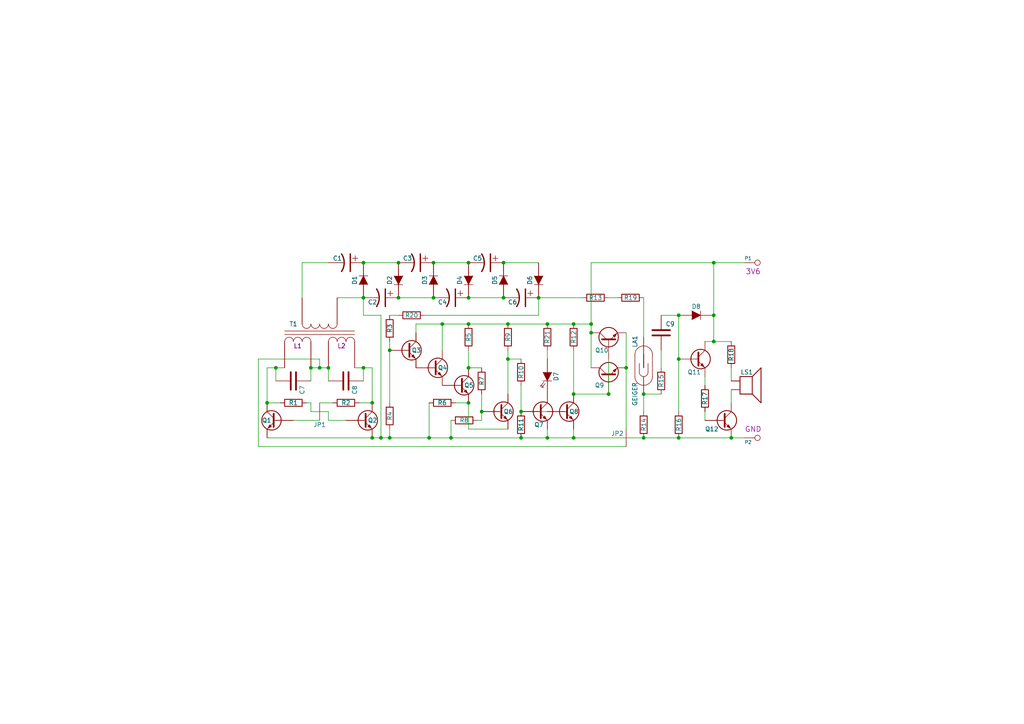
<source format=kicad_sch>
(kicad_sch (version 20211123) (generator eeschema)
  (paper "A4")
  (lib_symbols
    (symbol "common:BREAKER2" (pin_numbers hide) (pin_names (offset 0))
      (property "Reference" "JP" (at -1.778 0 90))
      (symbol "BREAKER2_1_1"
        (pin passive line (at 0 2.54 270) (length 2.54) (name "~") (number "1"))
        (pin passive line (at 0 -2.54 90) (length 2.54) (name "~") (number "2"))
      )
    )
    (symbol "common:C" (pin_numbers hide) (pin_names (offset 0.254))
      (property "Reference" "C" (at 1.27 2.54 0))
      (symbol "C_0_1"
        (polyline (pts (xy -2.54 -0.762) (xy 2.54 -0.762)) (stroke (width 0.508)))
        (polyline (pts (xy -2.54 0.762) (xy 2.54 0.762)) (stroke (width 0.508)))
      )
      (symbol "C_1_1"
        (pin passive line (at 0 5.08 270) (length 4.318) (name "~") (number "1"))
        (pin passive line (at 0 -5.08 90) (length 4.318) (name "~") (number "2"))
      )
    )
    (symbol "common:CONN_1" (pin_numbers hide) (pin_names (offset 0.762) hide)
      (property "Reference" "P" (at 2.032 0 0))
      (symbol "CONN_1_0_1"
        (polyline (pts (xy -0.762 0) (xy -1.27 0)))
        (circle (center 0 0) (radius 0.7874))
      )
      (symbol "CONN_1_1_1"
        (pin passive line (at -3.81 0 0) (length 2.54) (name "1") (number "1"))
      )
    )
    (symbol "common:CP1" (pin_numbers hide) (pin_names (offset 0.254) hide)
      (property "Reference" "C" (at 1.27 2.54 0))
      (symbol "CP1_0_0"
        (text "+" (at -1.27 2.54 0) (effects (font (size 2.032 2.032))))
      )
      (symbol "CP1_0_1"
        (polyline (pts (xy -2.54 1.27) (xy 2.54 1.27) (xy 1.27 1.27) (xy 1.27 1.27)) (stroke (width 0.381)))
        (arc (start 2.54 -1.27) (mid 0 -0.5009) (end -2.54 -1.27) (stroke (width 0.381)))
      )
      (symbol "CP1_1_1"
        (pin passive line (at 0 5.08 270) (length 3.81) (name "~") (number "1"))
        (pin passive line (at 0 -5.08 90) (length 4.572) (name "~") (number "2"))
      )
    )
    (symbol "common:DIODE" (pin_numbers hide) (pin_names (offset 1.016) hide)
      (property "Reference" "D" (at 0 2.54 0))
      (symbol "DIODE_0_1"
        (polyline (pts (xy 1.27 1.27) (xy 1.27 -1.27)) (stroke (width 0.1524)))
        (polyline (pts (xy -1.27 1.27) (xy 1.27 0) (xy -1.27 -1.27)) (fill (type outline)))
      )
      (symbol "DIODE_1_1"
        (pin passive line (at -5.08 0 0) (length 3.81) (name "A") (number "1"))
        (pin passive line (at 5.08 0 180) (length 3.81) (name "K") (number "2"))
      )
    )
    (symbol "common:GEIGER" (pin_numbers hide) (pin_names (offset 0) hide)
      (property "Reference" "LA" (at 2.54 7.62 0))
      (property "Value" "GEIGER" (at 3.81 0 90))
      (symbol "GEIGER_0_1"
        (arc (start -2.54 -2.54) (mid 0 -5.08) (end 2.54 -2.54))
        (arc (start -1.27 -1.27) (mid 0 -2.54) (end 1.27 -1.27))
        (polyline (pts (xy -2.54 3.81) (xy -2.54 -2.54)))
        (polyline (pts (xy -1.27 -1.27) (xy -1.27 1.27)))
        (polyline (pts (xy 0 3.81) (xy 0 0)) (stroke (width 0.254)))
        (polyline (pts (xy 1.27 1.27) (xy 1.27 -1.27)))
        (polyline (pts (xy 2.54 3.81) (xy 2.54 -2.54)))
        (arc (start 2.54 3.81) (mid 0 6.35) (end -2.54 3.81))
      )
      (symbol "GEIGER_1_1"
        (pin input line (at 0 8.89 270) (length 5.08) (name "1") (number "1"))
        (pin input line (at 0 -7.62 90) (length 5.08) (name "2") (number "2"))
      )
    )
    (symbol "common:LED" (pin_numbers hide) (pin_names (offset 1.016) hide)
      (property "Reference" "D" (at 0 2.54 0))
      (symbol "LED_0_1"
        (polyline (pts (xy 1.27 1.27) (xy 1.27 -1.27)))
        (polyline (pts (xy -1.27 1.27) (xy 1.27 0) (xy -1.27 -1.27)) (fill (type outline)))
        (polyline (pts (xy 1.651 -1.016) (xy 2.794 -2.032) (xy 2.667 -1.397)))
        (polyline (pts (xy 2.032 -0.635) (xy 3.175 -1.651) (xy 3.048 -1.016)))
      )
      (symbol "LED_1_1"
        (pin passive line (at -5.08 0 0) (length 3.81) (name "A") (number "1"))
        (pin passive line (at 5.08 0 180) (length 3.81) (name "K") (number "2"))
      )
    )
    (symbol "common:NPN" (pin_numbers hide) (pin_names (offset 0) hide)
      (property "Reference" "Q" (at 1.27 0 0))
      (symbol "NPN_0_1"
        (polyline (pts (xy 0 0) (xy 0.635 0)))
        (polyline (pts (xy 0.635 0.635) (xy 2.54 2.54)))
        (polyline (pts (xy 0.635 -0.635) (xy 2.54 -2.54) (xy 2.54 -2.54)))
        (polyline (pts (xy 0.635 1.905) (xy 0.635 -1.905) (xy 0.635 -1.905)) (stroke (width 0.508)))
        (polyline (pts (xy 1.27 -1.778) (xy 1.778 -1.27) (xy 2.286 -2.286) (xy 1.27 -1.778) (xy 1.27 -1.778)) (fill (type outline)))
        (circle (center 1.27 0) (radius 2.8194) (stroke (width 0.254)))
      )
      (symbol "NPN_1_1"
        (pin passive line (at 2.54 5.08 270) (length 2.54) (name "C") (number "1"))
        (pin input line (at -5.08 0 0) (length 5.08) (name "B") (number "2"))
        (pin passive line (at 2.54 -5.08 90) (length 2.54) (name "E") (number "3"))
      )
    )
    (symbol "common:R" (pin_numbers hide) (pin_names (offset 0) hide)
      (property "Reference" "R" (at 0 0 90))
      (symbol "R_0_1"
        (rectangle (start -1.016 -2.54) (end 1.016 2.54) (stroke (width 0.254)))
      )
      (symbol "R_1_1"
        (pin passive line (at 0 3.81 270) (length 1.27) (name "~") (number "1"))
        (pin passive line (at 0 -3.81 90) (length 1.27) (name "~") (number "2"))
      )
    )
    (symbol "common:Speaker" (pin_numbers hide) (pin_names (offset 0) hide)
      (property "Reference" "LS" (at 1.27 5.715 0))
      (property "Value" "Speaker" (at 1.27 3.81 0))
      (symbol "Speaker_0_0"
        (rectangle (start -2.54 1.27) (end 1.016 -3.81) (stroke (width 0.254)))
        (polyline (pts (xy 1.016 1.27) (xy 3.556 3.81) (xy 3.556 -6.35) (xy 1.016 -3.81)) (stroke (width 0.254)))
      )
      (symbol "Speaker_1_1"
        (pin input line (at -5.08 0 0) (length 2.54) (name "1") (number "1"))
        (pin input line (at -5.08 -2.54 0) (length 2.54) (name "2") (number "2"))
      )
    )
    (symbol "common:TRANSFO_2S" (pin_numbers hide) (pin_names (offset 1.016) hide)
      (property "Reference" "T" (at 0 12.7 0))
      (symbol "TRANSFO_2S_0_1"
        (arc (start -2.54 -5.0546) (mid -1.6599 -4.6901) (end -1.27 -3.81))
        (arc (start -2.54 -2.5146) (mid -1.6599 -2.1501) (end -1.27 -1.27))
        (arc (start -2.54 0.0254) (mid -1.6599 0.3899) (end -1.27 1.27))
        (arc (start -2.54 2.5654) (mid -1.6599 2.9299) (end -1.27 3.81))
        (arc (start -1.27 -3.81) (mid -1.642 -2.912) (end -2.54 -2.54))
        (arc (start -1.27 -1.27) (mid -1.642 -0.372) (end -2.54 0))
        (arc (start -1.27 1.27) (mid -1.642 2.168) (end -2.54 2.54))
        (arc (start -1.27 3.81) (mid -1.642 4.708) (end -2.54 5.08))
        (polyline (pts (xy -0.508 -10.16) (xy -0.508 10.16)))
        (polyline (pts (xy 0.508 10.16) (xy 0.508 -10.16)))
        (arc (start 1.2954 -8.89) (mid 1.6599 -9.7701) (end 2.54 -10.1346))
        (arc (start 1.2954 -6.35) (mid 1.6599 -7.2301) (end 2.54 -7.5946))
        (arc (start 1.2954 -3.81) (mid 1.6599 -4.6901) (end 2.54 -5.0546))
        (arc (start 1.2954 3.81) (mid 1.6599 2.9299) (end 2.54 2.5654))
        (arc (start 1.2954 6.35) (mid 1.6599 5.4699) (end 2.54 5.1054))
        (arc (start 1.2954 8.89) (mid 1.6599 8.0099) (end 2.54 7.6454))
        (arc (start 2.54 -7.62) (mid 1.642 -7.992) (end 1.2954 -8.89))
        (arc (start 2.54 -5.08) (mid 1.642 -5.452) (end 1.2954 -6.35))
        (arc (start 2.54 -2.54) (mid 1.642 -2.912) (end 1.2954 -3.81))
        (arc (start 2.54 5.08) (mid 1.642 4.708) (end 1.2954 3.81))
        (arc (start 2.54 7.62) (mid 1.642 7.248) (end 1.2954 6.35))
        (arc (start 2.54 10.16) (mid 1.642 9.788) (end 1.2954 8.89))
      )
      (symbol "TRANSFO_2S_1_1"
        (pin passive line (at -10.16 5.08 0) (length 7.62) (name "AA") (number "1"))
        (pin passive line (at -10.16 -5.08 0) (length 7.62) (name "AB") (number "2"))
        (pin passive line (at 10.16 10.16 180) (length 7.62) (name "SA") (number "3"))
        (pin passive line (at 10.16 2.54 180) (length 7.62) (name "SB") (number "4"))
        (pin passive line (at 10.16 -2.54 180) (length 7.62) (name "SC") (number "5"))
        (pin passive line (at 10.16 -10.16 180) (length 7.62) (name "SD") (number "6"))
      )
    )
  )
  (junction (at 151.13 119.38))
  (junction (at 176.53 114.3))
  (junction (at 125.73 76.2))
  (junction (at 171.45 93.98))
  (junction (at 135.89 106.68))
  (junction (at 207.01 76.2))
  (junction (at 135.89 116.84))
  (junction (at 166.37 127))
  (junction (at 105.41 86.36))
  (junction (at 105.41 76.2))
  (junction (at 110.49 127))
  (junction (at 186.69 114.3))
  (junction (at 147.32 93.98))
  (junction (at 135.89 86.36))
  (junction (at 158.75 93.98))
  (junction (at 124.46 127))
  (junction (at 105.41 106.68))
  (junction (at 107.95 116.84))
  (junction (at 156.21 86.36))
  (junction (at 181.61 106.68))
  (junction (at 212.09 127))
  (junction (at 146.05 76.2))
  (junction (at 151.13 127))
  (junction (at 92.71 106.68))
  (junction (at 130.81 127))
  (junction (at 95.25 106.68))
  (junction (at 166.37 114.3))
  (junction (at 207.01 99.06))
  (junction (at 90.17 106.68))
  (junction (at 196.85 127))
  (junction (at 135.89 76.2))
  (junction (at 166.37 93.98))
  (junction (at 196.85 104.14))
  (junction (at 128.27 93.98))
  (junction (at 113.03 127))
  (junction (at 107.95 127))
  (junction (at 113.03 101.6))
  (junction (at 115.57 76.2))
  (junction (at 147.32 104.14))
  (junction (at 139.7 119.38))
  (junction (at 80.01 106.68))
  (junction (at 158.75 127))
  (junction (at 77.47 116.84))
  (junction (at 171.45 96.52))
  (junction (at 207.01 91.44))
  (junction (at 146.05 86.36))
  (junction (at 196.85 91.44))
  (junction (at 135.89 93.98))
  (junction (at 186.69 127))
  (junction (at 125.73 86.36))
  (junction (at 115.57 86.36))
  (wire (pts (xy 186.69 119.38) (xy 186.69 114.3)))
  (wire (pts (xy 113.03 127) (xy 124.46 127)))
  (wire (pts (xy 92.71 121.92) (xy 85.09 121.92)))
  (wire (pts (xy 90.17 116.84) (xy 90.17 119.38)))
  (wire (pts (xy 196.85 104.14) (xy 196.85 119.38)))
  (wire (pts (xy 105.41 106.68) (xy 107.95 106.68)))
  (wire (pts (xy 113.03 101.6) (xy 113.03 116.84)))
  (wire (pts (xy 132.08 116.84) (xy 135.89 116.84)))
  (wire (pts (xy 125.73 76.2) (xy 135.89 76.2)))
  (wire (pts (xy 212.09 113.03) (xy 212.09 116.84)))
  (wire (pts (xy 158.75 93.98) (xy 166.37 93.98)))
  (wire (pts (xy 207.01 76.2) (xy 207.01 91.44)))
  (wire (pts (xy 77.47 127) (xy 107.95 127)))
  (wire (pts (xy 74.93 129.54) (xy 181.61 129.54)))
  (wire (pts (xy 120.65 93.98) (xy 128.27 93.98)))
  (wire (pts (xy 113.03 99.06) (xy 113.03 101.6)))
  (wire (pts (xy 147.32 101.6) (xy 147.32 104.14)))
  (wire (pts (xy 146.05 76.2) (xy 156.21 76.2)))
  (wire (pts (xy 139.7 114.3) (xy 139.7 119.38)))
  (wire (pts (xy 113.03 127) (xy 113.03 124.46)))
  (wire (pts (xy 124.46 127) (xy 130.81 127)))
  (wire (pts (xy 151.13 127) (xy 158.75 127)))
  (wire (pts (xy 92.71 106.68) (xy 95.25 106.68)))
  (wire (pts (xy 212.09 106.68) (xy 212.09 110.49)))
  (wire (pts (xy 107.95 106.68) (xy 107.95 116.84)))
  (wire (pts (xy 135.89 86.36) (xy 146.05 86.36)))
  (wire (pts (xy 130.81 127) (xy 151.13 127)))
  (wire (pts (xy 107.95 127) (xy 110.49 127)))
  (wire (pts (xy 204.47 99.06) (xy 207.01 99.06)))
  (wire (pts (xy 135.89 93.98) (xy 147.32 93.98)))
  (wire (pts (xy 87.63 76.2) (xy 95.25 76.2)))
  (wire (pts (xy 166.37 93.98) (xy 171.45 93.98)))
  (wire (pts (xy 95.25 121.92) (xy 100.33 121.92)))
  (wire (pts (xy 139.7 121.92) (xy 138.43 121.92)))
  (wire (pts (xy 147.32 93.98) (xy 158.75 93.98)))
  (wire (pts (xy 147.32 124.46) (xy 135.89 124.46)))
  (wire (pts (xy 87.63 86.36) (xy 87.63 76.2)))
  (wire (pts (xy 176.53 114.3) (xy 166.37 114.3)))
  (wire (pts (xy 74.93 129.54) (xy 74.93 104.14)))
  (wire (pts (xy 196.85 91.44) (xy 196.85 104.14)))
  (wire (pts (xy 151.13 111.76) (xy 151.13 119.38)))
  (wire (pts (xy 186.69 127) (xy 196.85 127)))
  (wire (pts (xy 171.45 76.2) (xy 171.45 93.98)))
  (wire (pts (xy 147.32 104.14) (xy 147.32 114.3)))
  (wire (pts (xy 90.17 116.84) (xy 88.9 116.84)))
  (wire (pts (xy 97.79 86.36) (xy 105.41 86.36)))
  (wire (pts (xy 181.61 96.52) (xy 181.61 106.68)))
  (wire (pts (xy 204.47 109.22) (xy 204.47 111.76)))
  (wire (pts (xy 90.17 110.49) (xy 90.17 106.68)))
  (wire (pts (xy 207.01 91.44) (xy 207.01 99.06)))
  (wire (pts (xy 74.93 104.14) (xy 92.71 104.14)))
  (wire (pts (xy 151.13 104.14) (xy 147.32 104.14)))
  (wire (pts (xy 156.21 91.44) (xy 123.19 91.44)))
  (wire (pts (xy 105.41 91.44) (xy 110.49 91.44)))
  (wire (pts (xy 191.77 91.44) (xy 196.85 91.44)))
  (wire (pts (xy 176.53 114.3) (xy 176.53 104.14)))
  (wire (pts (xy 125.73 86.36) (xy 115.57 86.36)))
  (wire (pts (xy 77.47 106.68) (xy 80.01 106.68)))
  (wire (pts (xy 158.75 127) (xy 166.37 127)))
  (wire (pts (xy 196.85 127) (xy 212.09 127)))
  (wire (pts (xy 77.47 106.68) (xy 77.47 116.84)))
  (wire (pts (xy 166.37 127) (xy 186.69 127)))
  (wire (pts (xy 95.25 106.68) (xy 95.25 110.49)))
  (wire (pts (xy 171.45 93.98) (xy 171.45 96.52)))
  (wire (pts (xy 166.37 101.6) (xy 166.37 114.3)))
  (wire (pts (xy 212.09 127) (xy 215.9 127)))
  (wire (pts (xy 92.71 116.84) (xy 96.52 116.84)))
  (wire (pts (xy 104.14 116.84) (xy 107.95 116.84)))
  (wire (pts (xy 90.17 119.38) (xy 95.25 119.38)))
  (wire (pts (xy 191.77 114.3) (xy 186.69 114.3)))
  (wire (pts (xy 105.41 76.2) (xy 115.57 76.2)))
  (wire (pts (xy 81.28 116.84) (xy 77.47 116.84)))
  (wire (pts (xy 171.45 76.2) (xy 207.01 76.2)))
  (wire (pts (xy 105.41 86.36) (xy 105.41 91.44)))
  (wire (pts (xy 92.71 104.14) (xy 92.71 106.68)))
  (wire (pts (xy 80.01 110.49) (xy 80.01 106.68)))
  (wire (pts (xy 186.69 86.36) (xy 186.69 97.79)))
  (wire (pts (xy 128.27 101.6) (xy 128.27 93.98)))
  (wire (pts (xy 130.81 127) (xy 130.81 121.92)))
  (wire (pts (xy 207.01 99.06) (xy 212.09 99.06)))
  (wire (pts (xy 158.75 127) (xy 158.75 124.46)))
  (wire (pts (xy 115.57 91.44) (xy 113.03 91.44)))
  (wire (pts (xy 124.46 127) (xy 124.46 116.84)))
  (wire (pts (xy 102.87 106.68) (xy 105.41 106.68)))
  (wire (pts (xy 120.65 93.98) (xy 120.65 96.52)))
  (wire (pts (xy 139.7 121.92) (xy 139.7 119.38)))
  (wire (pts (xy 207.01 76.2) (xy 215.9 76.2)))
  (wire (pts (xy 135.89 124.46) (xy 135.89 116.84)))
  (wire (pts (xy 135.89 106.68) (xy 139.7 106.68)))
  (wire (pts (xy 191.77 106.68) (xy 191.77 101.6)))
  (wire (pts (xy 158.75 119.38) (xy 151.13 119.38)))
  (wire (pts (xy 166.37 124.46) (xy 166.37 127)))
  (wire (pts (xy 156.21 86.36) (xy 168.91 86.36)))
  (wire (pts (xy 156.21 86.36) (xy 156.21 91.44)))
  (wire (pts (xy 204.47 119.38) (xy 204.47 121.92)))
  (wire (pts (xy 110.49 127) (xy 113.03 127)))
  (wire (pts (xy 95.25 119.38) (xy 95.25 121.92)))
  (wire (pts (xy 171.45 96.52) (xy 171.45 106.68)))
  (wire (pts (xy 90.17 106.68) (xy 92.71 106.68)))
  (wire (pts (xy 158.75 101.6) (xy 158.75 104.14)))
  (wire (pts (xy 105.41 110.49) (xy 105.41 106.68)))
  (wire (pts (xy 80.01 106.68) (xy 82.55 106.68)))
  (wire (pts (xy 128.27 93.98) (xy 135.89 93.98)))
  (wire (pts (xy 135.89 101.6) (xy 135.89 106.68)))
  (wire (pts (xy 176.53 86.36) (xy 179.07 86.36)))
  (wire (pts (xy 110.49 127) (xy 110.49 91.44)))
  (wire (pts (xy 181.61 106.68) (xy 181.61 124.46)))
  (symbol (lib_id "common:TRANSFO_2S") (at 92.71 96.52 270) (unit 1)
    (property "Reference" "T1" (at 85.09 93.98 90))
    (property "Value" "TRANSFO_2S" (effects hide))
    (property "Footprint" "common:TRANSFO_2S" (effects hide))
    (property "Field4" "L1" (at 86.36 100.33 90))
    (property "Field5" "L2" (at 99.06 100.33 90))
  )
  (symbol (lib_id "common:R") (at 85.09 116.84 270) (unit 1)
    (property "Reference" "R1" (at 85.09 116.84 90))
    (property "Value" "R" (effects hide))
    (property "Footprint" "common:R4" (effects hide))
  )
  (symbol (lib_id "common:R") (at 100.33 116.84 270) (unit 1)
    (property "Reference" "R2" (at 100.33 116.84 90))
    (property "Value" "R" (effects hide))
    (property "Footprint" "common:R4" (effects hide))
  )
  (symbol (lib_id "common:CONN_1") (at 219.71 76.2 0) (unit 1)
    (property "Reference" "P1" (at 215.9 74.93 0) (effects (font (size 1.016 1.016)) (justify left)))
    (property "Value" "CONN_1" (effects hide))
    (property "Footprint" "common:PIN_ARRAY_1X1" (effects hide))
    (property "Champ4" "3V6" (at 218.44 78.74 0) (effects (font (size 1.524 1.524))))
  )
  (symbol (lib_id "common:CONN_1") (at 219.71 127 0) (unit 1)
    (property "Reference" "P2" (at 215.9 128.27 0) (effects (font (size 1.016 1.016)) (justify left)))
    (property "Value" "CONN_1" (effects hide))
    (property "Footprint" "common:PIN_ARRAY_1X1" (effects hide))
    (property "Champ4" "GND" (at 218.44 124.46 0) (effects (font (size 1.524 1.524))))
  )
  (symbol (lib_id "common:CP1") (at 110.49 86.36 270) (unit 1)
    (property "Reference" "C2" (at 106.68 87.63 90) (effects (justify left)))
    (property "Value" "CP1" (effects hide))
    (property "Footprint" "common:CP2" (effects hide))
  )
  (symbol (lib_id "common:CP1") (at 100.33 76.2 270) (unit 1)
    (property "Reference" "C1" (at 96.52 74.93 90) (effects (justify left)))
    (property "Value" "CP1" (effects hide))
    (property "Footprint" "common:CP2" (effects hide))
  )
  (symbol (lib_id "common:DIODE") (at 105.41 81.28 90) (unit 1)
    (property "Reference" "D1" (at 102.87 81.28 0))
    (property "Value" "DIODE" (effects hide))
    (property "Footprint" "common:D3" (effects hide))
  )
  (symbol (lib_id "common:DIODE") (at 115.57 81.28 270) (unit 1)
    (property "Reference" "D2" (at 113.03 81.28 0))
    (property "Value" "DIODE" (effects hide))
    (property "Footprint" "common:D3" (effects hide))
  )
  (symbol (lib_id "common:DIODE") (at 125.73 81.28 90) (unit 1)
    (property "Reference" "D3" (at 123.19 81.28 0))
    (property "Value" "DIODE" (effects hide))
    (property "Footprint" "common:D3" (effects hide))
  )
  (symbol (lib_id "common:CP1") (at 120.65 76.2 270) (unit 1)
    (property "Reference" "C3" (at 116.84 74.93 90) (effects (justify left)))
    (property "Value" "CP1" (effects hide))
    (property "Footprint" "common:CP2" (effects hide))
  )
  (symbol (lib_id "common:NPN") (at 80.01 121.92 0) (mirror y) (unit 1)
    (property "Reference" "Q1" (at 78.74 121.92 0) (effects (justify left)))
    (property "Value" "NPN" (effects hide))
    (property "Footprint" "common:NPN" (effects hide))
  )
  (symbol (lib_id "common:NPN") (at 105.41 121.92 0) (unit 1)
    (property "Reference" "Q2" (at 106.68 121.92 0) (effects (justify left)))
    (property "Value" "NPN" (effects hide))
    (property "Footprint" "common:NPN" (effects hide))
  )
  (symbol (lib_id "common:DIODE") (at 135.89 81.28 270) (unit 1)
    (property "Reference" "D4" (at 133.35 81.28 0))
    (property "Value" "DIODE" (effects hide))
    (property "Footprint" "common:D3" (effects hide))
  )
  (symbol (lib_id "common:DIODE") (at 146.05 81.28 90) (unit 1)
    (property "Reference" "D5" (at 143.51 81.28 0))
    (property "Value" "DIODE" (effects hide))
    (property "Footprint" "common:D3" (effects hide))
  )
  (symbol (lib_id "common:DIODE") (at 156.21 81.28 270) (unit 1)
    (property "Reference" "D6" (at 153.67 81.28 0))
    (property "Value" "DIODE" (effects hide))
    (property "Footprint" "common:D3" (effects hide))
  )
  (symbol (lib_id "common:CP1") (at 130.81 86.36 270) (unit 1)
    (property "Reference" "C4" (at 127 87.63 90) (effects (justify left)))
    (property "Value" "CP1" (effects hide))
    (property "Footprint" "common:CP2" (effects hide))
  )
  (symbol (lib_id "common:CP1") (at 140.97 76.2 270) (unit 1)
    (property "Reference" "C5" (at 137.16 74.93 90) (effects (justify left)))
    (property "Value" "CP1" (effects hide))
    (property "Footprint" "common:CP2" (effects hide))
  )
  (symbol (lib_id "common:CP1") (at 151.13 86.36 270) (unit 1)
    (property "Reference" "C6" (at 147.32 87.63 90) (effects (justify left)))
    (property "Value" "CP1" (effects hide))
    (property "Footprint" "common:CP2" (effects hide))
  )
  (symbol (lib_id "common:R") (at 113.03 95.25 0) (unit 1)
    (property "Reference" "R3" (at 113.03 95.25 90))
    (property "Value" "R" (effects hide))
    (property "Footprint" "common:R4" (effects hide))
  )
  (symbol (lib_id "common:R") (at 113.03 120.65 0) (unit 1)
    (property "Reference" "R4" (at 113.03 120.65 90))
    (property "Value" "R" (effects hide))
    (property "Footprint" "common:R4" (effects hide))
  )
  (symbol (lib_id "common:NPN") (at 118.11 101.6 0) (unit 1)
    (property "Reference" "Q3" (at 119.38 101.6 0) (effects (justify left)))
    (property "Value" "NPN" (effects hide))
    (property "Footprint" "common:NPN" (effects hide))
  )
  (symbol (lib_id "common:NPN") (at 125.73 106.68 0) (unit 1)
    (property "Reference" "Q4" (at 127 106.68 0) (effects (justify left)))
    (property "Value" "NPN" (effects hide))
    (property "Footprint" "common:NPN" (effects hide))
  )
  (symbol (lib_id "common:NPN") (at 133.35 111.76 0) (unit 1)
    (property "Reference" "Q5" (at 134.62 111.76 0) (effects (justify left)))
    (property "Value" "NPN" (effects hide))
    (property "Footprint" "common:NPN" (effects hide))
  )
  (symbol (lib_id "common:NPN") (at 144.78 119.38 0) (unit 1)
    (property "Reference" "Q6" (at 146.05 119.38 0) (effects (justify left)))
    (property "Value" "NPN" (effects hide))
    (property "Footprint" "common:NPN" (effects hide))
  )
  (symbol (lib_id "common:NPN") (at 176.53 99.06 90) (unit 1)
    (property "Reference" "Q10" (at 176.53 101.6 90) (effects (justify left)))
    (property "Value" "NPN" (effects hide))
    (property "Footprint" "common:NPN" (effects hide))
  )
  (symbol (lib_id "common:NPN") (at 176.53 109.22 90) (unit 1)
    (property "Reference" "Q9" (at 175.26 111.76 90) (effects (justify left)))
    (property "Value" "NPN" (effects hide))
    (property "Footprint" "common:NPN" (effects hide))
  )
  (symbol (lib_id "common:R") (at 135.89 97.79 0) (unit 1)
    (property "Reference" "R5" (at 135.89 97.79 90))
    (property "Value" "R" (effects hide))
    (property "Footprint" "common:R4" (effects hide))
  )
  (symbol (lib_id "common:Speaker") (at 217.17 110.49 0) (unit 1)
    (property "Reference" "LS1" (at 218.44 107.95 0) (effects (justify right)))
    (property "Value" "Speaker" (effects hide))
    (property "Footprint" "common:PIN_ARRAY_2X1" (effects hide))
  )
  (symbol (lib_id "common:R") (at 139.7 110.49 0) (unit 1)
    (property "Reference" "R7" (at 139.7 110.49 90))
    (property "Value" "R" (effects hide))
    (property "Footprint" "common:R4" (effects hide))
  )
  (symbol (lib_id "common:R") (at 172.72 86.36 270) (unit 1)
    (property "Reference" "R13" (at 172.72 86.36 90))
    (property "Value" "R" (effects hide))
    (property "Footprint" "common:R4" (effects hide))
  )
  (symbol (lib_id "common:R") (at 186.69 123.19 0) (unit 1)
    (property "Reference" "R14" (at 186.69 123.19 90))
    (property "Value" "R" (effects hide))
    (property "Footprint" "common:R4" (effects hide))
  )
  (symbol (lib_id "common:R") (at 191.77 110.49 0) (unit 1)
    (property "Reference" "R15" (at 191.77 110.49 90))
    (property "Value" "R" (effects hide))
    (property "Footprint" "common:R4" (effects hide))
  )
  (symbol (lib_id "common:R") (at 196.85 123.19 0) (unit 1)
    (property "Reference" "R16" (at 196.85 123.19 90))
    (property "Value" "R" (effects hide))
    (property "Footprint" "common:R4" (effects hide))
  )
  (symbol (lib_id "common:NPN") (at 201.93 104.14 0) (unit 1)
    (property "Reference" "Q11" (at 199.39 107.95 0) (effects (justify left)))
    (property "Value" "NPN" (effects hide))
    (property "Footprint" "common:NPN" (effects hide))
  )
  (symbol (lib_id "common:R") (at 204.47 115.57 0) (unit 1)
    (property "Reference" "R17" (at 204.47 115.57 90))
    (property "Value" "R" (effects hide))
    (property "Footprint" "common:R4" (effects hide))
  )
  (symbol (lib_id "common:NPN") (at 209.55 121.92 0) (unit 1)
    (property "Reference" "Q12" (at 204.47 124.46 0) (effects (justify left)))
    (property "Value" "NPN" (effects hide))
    (property "Footprint" "common:NPN" (effects hide))
  )
  (symbol (lib_id "common:R") (at 212.09 102.87 0) (unit 1)
    (property "Reference" "R18" (at 212.09 102.87 90))
    (property "Value" "R" (effects hide))
    (property "Footprint" "common:R4" (effects hide))
  )
  (symbol (lib_id "common:C") (at 191.77 96.52 0) (unit 1)
    (property "Reference" "C9" (at 193.04 93.98 0) (effects (justify left)))
    (property "Value" "C" (effects hide))
    (property "Footprint" "common:C2" (effects hide))
  )
  (symbol (lib_id "common:C") (at 100.33 110.49 270) (unit 1)
    (property "Reference" "C8" (at 102.87 111.76 0) (effects (justify left)))
    (property "Value" "C" (effects hide))
    (property "Footprint" "common:C2" (effects hide))
  )
  (symbol (lib_id "common:C") (at 85.09 110.49 270) (unit 1)
    (property "Reference" "C7" (at 87.63 111.76 0) (effects (justify left)))
    (property "Value" "C" (effects hide))
    (property "Footprint" "common:C2" (effects hide))
  )
  (symbol (lib_id "common:NPN") (at 163.83 119.38 0) (unit 1)
    (property "Reference" "Q8" (at 165.1 119.38 0) (effects (justify left)))
    (property "Value" "NPN" (effects hide))
    (property "Footprint" "common:NPN" (effects hide))
  )
  (symbol (lib_id "common:LED") (at 158.75 109.22 270) (unit 1)
    (property "Reference" "D7" (at 161.29 109.22 0))
    (property "Value" "LED" (effects hide))
    (property "Footprint" "common:LED-5MM" (effects hide))
  )
  (symbol (lib_id "common:GEIGER") (at 186.69 106.68 0) (unit 1)
    (property "Reference" "LA1" (at 184.15 99.06 90))
    (property "Value" "GEIGER" (at 184.15 114.3 90))
    (property "Footprint" "common:J302BG" (effects hide))
  )
  (symbol (lib_id "common:DIODE") (at 201.93 91.44 0) (unit 1)
    (property "Reference" "D8" (at 201.93 88.9 0))
    (property "Value" "DIODE" (effects hide))
    (property "Footprint" "common:D3" (effects hide))
  )
  (symbol (lib_id "common:BREAKER2") (at 181.61 127 0) (unit 1)
    (property "Reference" "JP2" (at 179.07 125.73 0))
    (property "Value" "BREAKER2" (effects hide))
    (property "Footprint" "common:BR2" (effects hide))
  )
  (symbol (lib_id "common:BREAKER2") (at 92.71 119.38 0) (unit 1)
    (property "Reference" "JP1" (at 92.71 123.19 0))
    (property "Value" "BREAKER2" (effects hide))
    (property "Footprint" "common:BR2" (effects hide))
  )
  (symbol (lib_id "common:R") (at 128.27 116.84 270) (unit 1)
    (property "Reference" "R6" (at 128.27 116.84 90))
    (property "Value" "R" (effects hide))
    (property "Footprint" "common:R4" (effects hide))
  )
  (symbol (lib_id "common:NPN") (at 156.21 119.38 0) (unit 1)
    (property "Reference" "Q7" (at 154.94 123.19 0) (effects (justify left)))
    (property "Value" "NPN" (effects hide))
    (property "Footprint" "common:NPN" (effects hide))
  )
  (symbol (lib_id "common:R") (at 134.62 121.92 270) (unit 1)
    (property "Reference" "R8" (at 134.62 121.92 90))
    (property "Value" "R" (effects hide))
    (property "Footprint" "common:R4" (effects hide))
  )
  (symbol (lib_id "common:R") (at 166.37 97.79 0) (unit 1)
    (property "Reference" "R12" (at 166.37 97.79 90))
    (property "Value" "R" (effects hide))
    (property "Footprint" "common:R4" (effects hide))
  )
  (symbol (lib_id "common:R") (at 151.13 107.95 0) (unit 1)
    (property "Reference" "R10" (at 151.13 107.95 90))
    (property "Value" "R" (effects hide))
    (property "Footprint" "common:R4" (effects hide))
  )
  (symbol (lib_id "common:R") (at 151.13 123.19 0) (unit 1)
    (property "Reference" "R11" (at 151.13 123.19 90))
    (property "Value" "R" (effects hide))
    (property "Footprint" "common:R4" (effects hide))
  )
  (symbol (lib_id "common:R") (at 147.32 97.79 0) (unit 1)
    (property "Reference" "R9" (at 147.32 97.79 90))
    (property "Value" "R" (effects hide))
    (property "Footprint" "common:R4" (effects hide))
  )
  (symbol (lib_id "common:R") (at 182.88 86.36 270) (unit 1)
    (property "Reference" "R19" (at 182.88 86.36 90))
    (property "Value" "R" (effects hide))
    (property "Footprint" "common:R4" (effects hide))
  )
  (symbol (lib_id "common:R") (at 158.75 97.79 0) (unit 1)
    (property "Reference" "R21" (at 158.75 97.79 90))
    (property "Value" "R" (effects hide))
    (property "Footprint" "common:R4" (effects hide))
  )
  (symbol (lib_id "common:R") (at 119.38 91.44 270) (unit 1)
    (property "Reference" "R20" (at 119.38 91.44 90))
    (property "Value" "R" (effects hide))
    (property "Footprint" "common:R4" (effects hide))
  )
)
</source>
